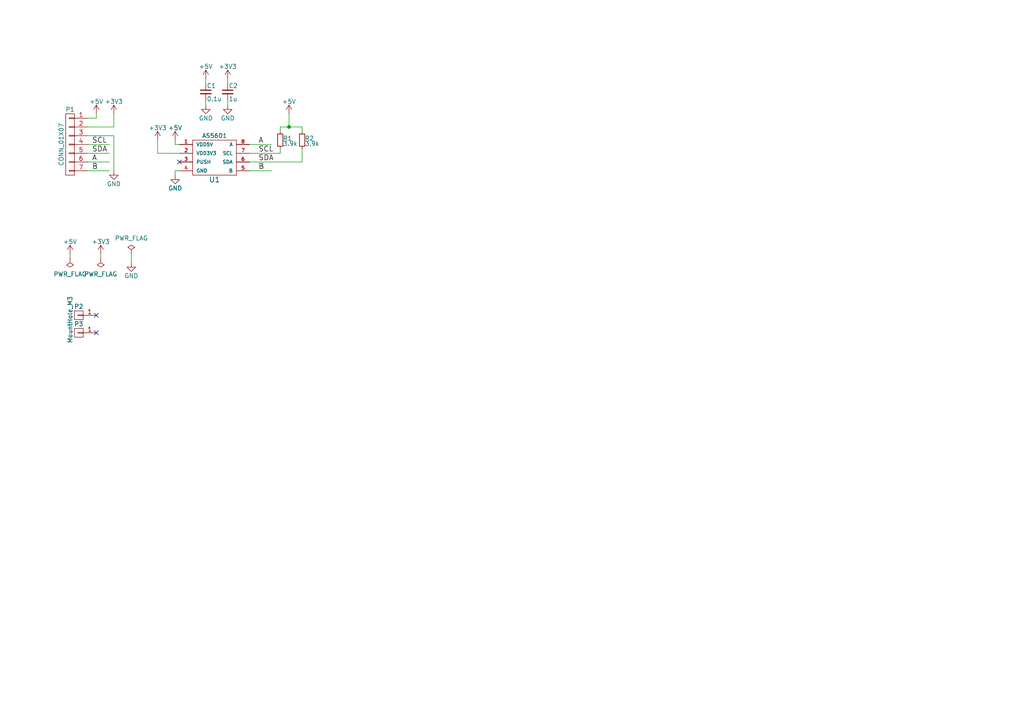
<source format=kicad_sch>
(kicad_sch (version 20211123) (generator eeschema)
  (paper "A4")
  (lib_symbols
    (symbol "AS5601_BreakoutBoard_V1_0-rescue:+3.3V-power" (power) (pin_names (offset 0))
      (property "Value" "+3.3V-power" (at 0 3.556 0))
      (symbol "+3.3V-power_0_1"
        (polyline (pts (xy -0.762 1.27) (xy 0 2.54)))
        (polyline (pts (xy 0 0) (xy 0 2.54)))
        (polyline (pts (xy 0 2.54) (xy 0.762 1.27)))
      )
      (symbol "+3.3V-power_1_1"
        (pin power_in line (at 0 0 90) (length 0) hide (name "+3V3") (number "1"))
      )
    )
    (symbol "AS5601_breakout:AS5601" (pin_names (offset 1.016))
      (property "Reference" "U" (at 0 -6.35 0))
      (property "Value" "AS5601" (at 0 6.35 0))
      (symbol "AS5601_0_0"
        (rectangle (start -6.35 5.08) (end 6.35 -5.08))
      )
      (symbol "AS5601_1_1"
        (pin power_in line (at -10.16 3.81 0) (length 3.81) (name "VDD5V") (number "1"))
        (pin power_in line (at -10.16 1.27 0) (length 3.81) (name "VDD3V3") (number "2"))
        (pin passive line (at -10.16 -1.27 0) (length 3.81) (name "PUSH") (number "3"))
        (pin power_in line (at -10.16 -3.81 0) (length 3.81) (name "GND") (number "4"))
        (pin passive line (at 10.16 -3.81 180) (length 3.81) (name "B") (number "5"))
        (pin passive line (at 10.16 -1.27 180) (length 3.81) (name "SDA") (number "6"))
        (pin passive line (at 10.16 1.27 180) (length 3.81) (name "SCL") (number "7"))
        (pin passive line (at 10.16 3.81 180) (length 3.81) (name "A") (number "8"))
      )
    )
    (symbol "AS5601_breakout:CONN_01X01" (pin_names (offset 1.016) hide)
      (property "Reference" "P" (at 0 2.54 0))
      (property "Value" "CONN_01X01" (at 2.54 0 90))
      (symbol "CONN_01X01_0_1"
        (rectangle (start -1.27 0.127) (end 0.254 -0.127))
        (rectangle (start -1.27 1.27) (end 1.27 -1.27))
      )
      (symbol "CONN_01X01_1_1"
        (pin passive line (at -5.08 0 0) (length 3.81) (name "P1") (number "1"))
      )
    )
    (symbol "AS5601_breakout:CONN_01X07" (pin_names (offset 1.016) hide)
      (property "Reference" "P" (at 0 10.16 0))
      (property "Value" "CONN_01X07" (at 2.54 0 90))
      (symbol "CONN_01X07_0_1"
        (rectangle (start -1.27 -8.89) (end 1.27 8.89))
        (rectangle (start -1.27 -7.493) (end 0.254 -7.747))
        (rectangle (start -1.27 -4.953) (end 0.254 -5.207))
        (rectangle (start -1.27 -2.413) (end 0.254 -2.667))
        (rectangle (start -1.27 0.127) (end 0.254 -0.127))
        (rectangle (start -1.27 2.667) (end 0.254 2.413))
        (rectangle (start -1.27 5.207) (end 0.254 4.953))
        (rectangle (start -1.27 7.747) (end 0.254 7.493))
      )
      (symbol "CONN_01X07_1_1"
        (pin passive line (at -5.08 7.62 0) (length 3.81) (name "P1") (number "1"))
        (pin passive line (at -5.08 5.08 0) (length 3.81) (name "P2") (number "2"))
        (pin passive line (at -5.08 2.54 0) (length 3.81) (name "P3") (number "3"))
        (pin passive line (at -5.08 0 0) (length 3.81) (name "P4") (number "4"))
        (pin passive line (at -5.08 -2.54 0) (length 3.81) (name "P5") (number "5"))
        (pin passive line (at -5.08 -5.08 0) (length 3.81) (name "P6") (number "6"))
        (pin passive line (at -5.08 -7.62 0) (length 3.81) (name "P7") (number "7"))
      )
    )
    (symbol "Device:C_Small" (pin_numbers hide) (pin_names (offset 0.254) hide)
      (property "Reference" "C" (at 0.254 1.778 0))
      (property "Value" "C_Small" (at 0.254 -2.032 0))
      (symbol "C_Small_0_1"
        (polyline (pts (xy -1.524 -0.508) (xy 1.524 -0.508)) (stroke (width 0.3302)))
        (polyline (pts (xy -1.524 0.508) (xy 1.524 0.508)) (stroke (width 0.3048)))
      )
      (symbol "C_Small_1_1"
        (pin passive line (at 0 2.54 270) (length 2.032) (name "~") (number "1"))
        (pin passive line (at 0 -2.54 90) (length 2.032) (name "~") (number "2"))
      )
    )
    (symbol "Device:R_Small" (pin_numbers hide) (pin_names (offset 0.254) hide)
      (property "Reference" "R" (at 0.762 0.508 0))
      (property "Value" "R_Small" (at 0.762 -1.016 0))
      (symbol "R_Small_0_1"
        (rectangle (start -0.762 1.778) (end 0.762 -1.778) (stroke (width 0.2032)))
      )
      (symbol "R_Small_1_1"
        (pin passive line (at 0 2.54 270) (length 0.762) (name "~") (number "1"))
        (pin passive line (at 0 -2.54 90) (length 0.762) (name "~") (number "2"))
      )
    )
    (symbol "power:+5V" (power) (pin_names (offset 0))
      (property "Value" "+5V" (at 0 3.556 0))
      (symbol "+5V_0_1"
        (polyline (pts (xy -0.762 1.27) (xy 0 2.54)))
        (polyline (pts (xy 0 0) (xy 0 2.54)))
        (polyline (pts (xy 0 2.54) (xy 0.762 1.27)))
      )
      (symbol "+5V_1_1"
        (pin power_in line (at 0 0 90) (length 0) hide (name "+5V") (number "1"))
      )
    )
    (symbol "power:GND" (power) (pin_names (offset 0))
      (property "Value" "GND" (at 0 -3.81 0))
      (symbol "GND_0_1"
        (polyline (pts (xy 0 0) (xy 0 -1.27) (xy 1.27 -1.27) (xy 0 -2.54) (xy -1.27 -1.27) (xy 0 -1.27)))
      )
      (symbol "GND_1_1"
        (pin power_in line (at 0 0 270) (length 0) hide (name "GND") (number "1"))
      )
    )
    (symbol "power:PWR_FLAG" (power) (pin_numbers hide) (pin_names (offset 0) hide)
      (property "Value" "PWR_FLAG" (at 0 3.81 0))
      (symbol "PWR_FLAG_0_0"
        (pin power_out line (at 0 0 90) (length 0) (name "pwr") (number "1"))
      )
      (symbol "PWR_FLAG_0_1"
        (polyline (pts (xy 0 0) (xy 0 1.27) (xy -1.016 1.905) (xy 0 2.54) (xy 1.016 1.905) (xy 0 1.27)))
      )
    )
  )
  (junction (at 83.82 36.83))
  (no_connect (at 27.94 96.52))
  (no_connect (at 52.07 46.99))
  (no_connect (at 27.94 91.44))
  (wire (pts (xy 81.28 36.83) (xy 83.82 36.83)))
  (wire (pts (xy 87.63 46.99) (xy 87.63 43.18)))
  (wire (pts (xy 25.4 46.99) (xy 31.75 46.99)))
  (wire (pts (xy 25.4 44.45) (xy 31.75 44.45)))
  (wire (pts (xy 59.69 24.13) (xy 59.69 22.86)))
  (wire (pts (xy 29.21 74.93) (xy 29.21 73.66)))
  (wire (pts (xy 50.8 40.64) (xy 50.8 41.91)))
  (wire (pts (xy 25.4 36.83) (xy 33.02 36.83)))
  (wire (pts (xy 72.39 44.45) (xy 81.28 44.45)))
  (wire (pts (xy 83.82 33.02) (xy 83.82 36.83)))
  (wire (pts (xy 38.1 73.66) (xy 38.1 76.2)))
  (wire (pts (xy 81.28 36.83) (xy 81.28 38.1)))
  (wire (pts (xy 50.8 41.91) (xy 52.07 41.91)))
  (wire (pts (xy 83.82 36.83) (xy 87.63 36.83)))
  (wire (pts (xy 66.04 29.21) (xy 66.04 30.48)))
  (wire (pts (xy 66.04 24.13) (xy 66.04 22.86)))
  (wire (pts (xy 50.8 50.8) (xy 50.8 49.53)))
  (wire (pts (xy 50.8 49.53) (xy 52.07 49.53)))
  (wire (pts (xy 87.63 36.83) (xy 87.63 38.1)))
  (wire (pts (xy 72.39 41.91) (xy 78.74 41.91)))
  (wire (pts (xy 20.32 74.93) (xy 20.32 73.66)))
  (wire (pts (xy 45.72 44.45) (xy 52.07 44.45)))
  (wire (pts (xy 72.39 49.53) (xy 78.74 49.53)))
  (wire (pts (xy 33.02 36.83) (xy 33.02 33.02)))
  (wire (pts (xy 59.69 30.48) (xy 59.69 29.21)))
  (wire (pts (xy 27.94 33.02) (xy 27.94 34.29)))
  (wire (pts (xy 45.72 40.64) (xy 45.72 44.45)))
  (wire (pts (xy 33.02 39.37) (xy 33.02 49.53)))
  (wire (pts (xy 25.4 49.53) (xy 31.75 49.53)))
  (wire (pts (xy 25.4 39.37) (xy 33.02 39.37)))
  (wire (pts (xy 81.28 44.45) (xy 81.28 43.18)))
  (wire (pts (xy 27.94 34.29) (xy 25.4 34.29)))
  (wire (pts (xy 25.4 41.91) (xy 31.75 41.91)))
  (wire (pts (xy 72.39 46.99) (xy 87.63 46.99)))
  (label "B" (at 74.93 49.53 0) (effects (font (size 1.524 1.524))))
  (label "SCL" (at 74.93 44.45 0) (effects (font (size 1.524 1.524))))
  (label "A" (at 26.67 46.99 0) (effects (font (size 1.524 1.524))))
  (label "SDA" (at 26.67 44.45 0) (effects (font (size 1.524 1.524))))
  (label "SDA" (at 74.93 46.99 0) (effects (font (size 1.524 1.524))))
  (label "A" (at 74.93 41.91 0) (effects (font (size 1.524 1.524))))
  (label "SCL" (at 26.67 41.91 0) (effects (font (size 1.524 1.524))))
  (label "B" (at 26.67 49.53 0) (effects (font (size 1.524 1.524))))
  (symbol (lib_id "AS5601_breakout:AS5601") (at 62.23 45.72 0) (unit 1)
    (property "Reference" "U1" (at 62.23 52.07 0) (effects (font (size 1.524 1.524))))
    (property "Value" "AS5601" (at 62.23 39.37 0))
    (property "Footprint" "footprints:SOIC-8_3.9x4.9mm_Pitch1.27mm" (effects hide))
  )
  (symbol (lib_id "AS5601_breakout:CONN_01X07") (at 20.32 41.91 0) (mirror y) (unit 1)
    (property "Reference" "P1" (at 20.32 31.75 0))
    (property "Value" "CONN_01X07" (at 17.78 41.91 90))
    (property "Footprint" "footprints:USER_SIL-7" (effects hide))
  )
  (symbol (lib_id "power:+5V") (at 27.94 33.02 0) (unit 1)
    (property "Reference" "#PWR01" (effects hide))
    (property "Value" "+5V" (at 27.94 29.464 0))
  )
  (symbol (lib_id "AS5601_BreakoutBoard_V1_0-rescue:+3.3V-power") (at 33.02 33.02 0) (unit 1)
    (property "Reference" "#PWR02" (effects hide))
    (property "Value" "+3.3V" (at 33.02 29.464 0))
  )
  (symbol (lib_id "power:GND") (at 33.02 49.53 0) (unit 1)
    (property "Reference" "#PWR03" (effects hide))
    (property "Value" "GND" (at 33.02 53.34 0))
  )
  (symbol (lib_id "power:+5V") (at 50.8 40.64 0) (unit 1)
    (property "Reference" "#PWR04" (effects hide))
    (property "Value" "+5V" (at 50.8 37.084 0))
  )
  (symbol (lib_id "AS5601_BreakoutBoard_V1_0-rescue:+3.3V-power") (at 45.72 40.64 0) (unit 1)
    (property "Reference" "#PWR05" (effects hide))
    (property "Value" "+3.3V" (at 45.72 37.084 0))
  )
  (symbol (lib_id "power:GND") (at 50.8 50.8 0) (unit 1)
    (property "Reference" "#PWR06" (effects hide))
    (property "Value" "GND" (at 50.8 54.61 0))
  )
  (symbol (lib_id "Device:R_Small") (at 81.28 40.64 0) (unit 1)
    (property "Reference" "R1" (at 82.042 40.132 0) (effects (justify left)))
    (property "Value" "3.9k" (at 82.042 41.656 0) (effects (justify left)))
    (property "Footprint" "footprints:R_0603_HandSoldering" (effects hide))
  )
  (symbol (lib_id "Device:C_Small") (at 59.69 26.67 0) (unit 1)
    (property "Reference" "C1" (at 59.944 24.892 0) (effects (justify left)))
    (property "Value" "0.1u" (at 59.944 28.702 0) (effects (justify left)))
    (property "Footprint" "footprints:C_0603_HandSoldering" (effects hide))
  )
  (symbol (lib_id "Device:C_Small") (at 66.04 26.67 0) (unit 1)
    (property "Reference" "C2" (at 66.294 24.892 0) (effects (justify left)))
    (property "Value" "1u" (at 66.294 28.702 0) (effects (justify left)))
    (property "Footprint" "footprints:C_0603_HandSoldering" (effects hide))
  )
  (symbol (lib_id "power:+5V") (at 59.69 22.86 0) (unit 1)
    (property "Reference" "#PWR07" (effects hide))
    (property "Value" "+5V" (at 59.69 19.304 0))
  )
  (symbol (lib_id "power:GND") (at 59.69 30.48 0) (unit 1)
    (property "Reference" "#PWR08" (effects hide))
    (property "Value" "GND" (at 59.69 34.29 0))
  )
  (symbol (lib_id "AS5601_BreakoutBoard_V1_0-rescue:+3.3V-power") (at 66.04 22.86 0) (unit 1)
    (property "Reference" "#PWR09" (effects hide))
    (property "Value" "+3.3V" (at 66.04 19.304 0))
  )
  (symbol (lib_id "power:GND") (at 66.04 30.48 0) (unit 1)
    (property "Reference" "#PWR010" (effects hide))
    (property "Value" "GND" (at 66.04 34.29 0))
  )
  (symbol (lib_id "Device:R_Small") (at 87.63 40.64 0) (unit 1)
    (property "Reference" "R2" (at 88.392 40.132 0) (effects (justify left)))
    (property "Value" "3.9k" (at 88.392 41.656 0) (effects (justify left)))
    (property "Footprint" "footprints:R_0603_HandSoldering" (effects hide))
  )
  (symbol (lib_id "power:+5V") (at 83.82 33.02 0) (unit 1)
    (property "Reference" "#PWR011" (effects hide))
    (property "Value" "+5V" (at 83.82 29.464 0))
  )
  (symbol (lib_id "power:PWR_FLAG") (at 20.32 74.93 180) (unit 1)
    (property "Reference" "#FLG012" (effects hide))
    (property "Value" "PWR_FLAG" (at 20.32 79.502 0))
  )
  (symbol (lib_id "power:+5V") (at 20.32 73.66 0) (unit 1)
    (property "Reference" "#PWR013" (effects hide))
    (property "Value" "+5V" (at 20.32 70.104 0))
  )
  (symbol (lib_id "AS5601_BreakoutBoard_V1_0-rescue:+3.3V-power") (at 29.21 73.66 0) (unit 1)
    (property "Reference" "#PWR014" (effects hide))
    (property "Value" "+3.3V" (at 29.21 70.104 0))
  )
  (symbol (lib_id "power:GND") (at 38.1 76.2 0) (unit 1)
    (property "Reference" "#PWR015" (effects hide))
    (property "Value" "GND" (at 38.1 80.01 0))
  )
  (symbol (lib_id "power:PWR_FLAG") (at 29.21 74.93 180) (unit 1)
    (property "Reference" "#FLG016" (effects hide))
    (property "Value" "PWR_FLAG" (at 29.21 79.502 0))
  )
  (symbol (lib_id "power:PWR_FLAG") (at 38.1 73.66 0) (unit 1)
    (property "Reference" "#FLG017" (effects hide))
    (property "Value" "PWR_FLAG" (at 38.1 69.088 0))
  )
  (symbol (lib_id "AS5601_breakout:CONN_01X01") (at 22.86 91.44 0) (mirror y) (unit 1)
    (property "Reference" "P2" (at 22.86 88.9 0))
    (property "Value" "MountHole_M3" (at 20.32 92.71 90))
    (property "Footprint" "Mounting_Holes:MountingHole_3.2mm_M3" (effects hide))
  )
  (symbol (lib_id "AS5601_breakout:CONN_01X01") (at 22.86 96.52 0) (mirror y) (unit 1)
    (property "Reference" "P3" (at 22.86 93.98 0))
    (property "Value" "MountHole_M3" (effects hide))
    (property "Footprint" "Mounting_Holes:MountingHole_3.2mm_M3" (effects hide))
  )
)
</source>
